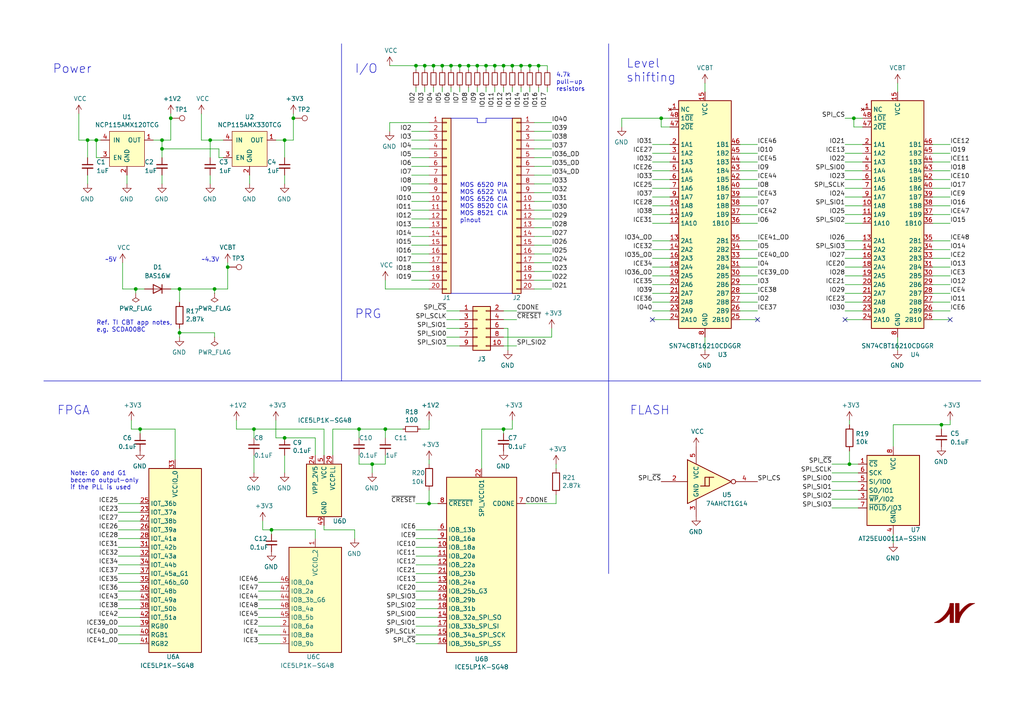
<source format=kicad_sch>
(kicad_sch (version 20230121) (generator eeschema)
  (paper "A4")
  (title_block (title "reDIP CIA") (date "2023-11-06") (rev "1.0") (company "Nimrod") (comment 1 "© 2023 Dag Lem") (comment 2 "Licensed under CERN-OHL-S v2 (https://ohwr.org/cern_ohl_s_v2.txt)"))
  (junction (at 128.27 19.05))
  (junction (at 125.73 19.05))
  (junction (at 46.99 40.64))
  (junction (at 85.09 34.29))
  (junction (at 52.07 83.82))
  (junction (at 40.64 124.46))
  (junction (at 52.07 96.52))
  (junction (at 143.51 19.05))
  (junction (at 107.95 134.62))
  (junction (at 133.35 19.05))
  (junction (at 39.37 83.82))
  (junction (at 82.55 127))
  (junction (at 27.94 40.64))
  (junction (at 191.77 34.29))
  (junction (at 138.43 19.05))
  (junction (at 46.99 43.18))
  (junction (at 146.05 124.46))
  (junction (at 78.74 153.67))
  (junction (at 130.81 19.05))
  (junction (at 123.19 19.05))
  (junction (at 135.89 19.05))
  (junction (at 73.66 124.46))
  (junction (at 153.67 19.05))
  (junction (at 246.38 134.62))
  (junction (at 247.65 34.29))
  (junction (at 156.21 19.05))
  (junction (at 62.23 83.82))
  (junction (at 146.05 19.05))
  (junction (at 273.05 123.19))
  (junction (at 148.59 19.05))
  (junction (at 60.96 40.64))
  (junction (at 120.65 19.05))
  (junction (at 82.55 40.64))
  (junction (at 151.13 19.05))
  (junction (at 111.76 124.46))
  (junction (at 66.04 77.47))
  (junction (at 104.14 124.46))
  (junction (at 49.53 34.29))
  (junction (at 25.4 40.64))
  (junction (at 124.46 146.05))
  (junction (at 140.97 19.05))
  (no_connect (at 245.11 92.71))
  (no_connect (at 275.59 92.71))
  (no_connect (at 219.71 92.71))
  (no_connect (at 189.23 92.71))
  (wire (pts (xy 259.08 154.94) (xy 259.08 157.48)))
  (wire (pts (xy 154.94 48.26) (xy 160.02 48.26)))
  (wire (pts (xy 275.59 52.07) (xy 270.51 52.07)))
  (wire (pts (xy 34.29 161.29) (xy 40.64 161.29)))
  (wire (pts (xy 138.43 19.05) (xy 138.43 20.32)))
  (wire (pts (xy 214.63 92.71) (xy 219.71 92.71)))
  (wire (pts (xy 111.76 83.82) (xy 111.76 81.28)))
  (wire (pts (xy 104.14 134.62) (xy 107.95 134.62)))
  (wire (pts (xy 248.92 142.24) (xy 241.3 142.24)))
  (wire (pts (xy 214.63 85.09) (xy 219.71 85.09)))
  (wire (pts (xy 78.74 154.94) (xy 78.74 153.67)))
  (wire (pts (xy 259.08 123.19) (xy 259.08 129.54)))
  (wire (pts (xy 102.87 153.67) (xy 93.98 153.67)))
  (wire (pts (xy 219.71 69.85) (xy 214.63 69.85)))
  (wire (pts (xy 128.27 25.4) (xy 128.27 26.67)))
  (wire (pts (xy 158.75 19.05) (xy 158.75 20.32)))
  (wire (pts (xy 130.81 25.4) (xy 130.81 26.67)))
  (wire (pts (xy 29.21 40.64) (xy 27.94 40.64)))
  (wire (pts (xy 36.83 50.8) (xy 36.83 53.34)))
  (wire (pts (xy 125.73 25.4) (xy 125.73 26.67)))
  (wire (pts (xy 154.94 63.5) (xy 160.02 63.5)))
  (wire (pts (xy 214.63 77.47) (xy 219.71 77.47)))
  (wire (pts (xy 93.98 153.67) (xy 93.98 152.4)))
  (wire (pts (xy 270.51 90.17) (xy 275.59 90.17)))
  (wire (pts (xy 62.23 83.82) (xy 62.23 85.09)))
  (wire (pts (xy 219.71 46.99) (xy 214.63 46.99)))
  (wire (pts (xy 219.71 41.91) (xy 214.63 41.91)))
  (wire (pts (xy 275.59 121.92) (xy 275.59 123.19)))
  (wire (pts (xy 219.71 44.45) (xy 214.63 44.45)))
  (wire (pts (xy 74.93 176.53) (xy 81.28 176.53)))
  (wire (pts (xy 74.93 171.45) (xy 81.28 171.45)))
  (wire (pts (xy 120.65 163.83) (xy 127 163.83)))
  (wire (pts (xy 245.11 72.39) (xy 250.19 72.39)))
  (wire (pts (xy 250.19 77.47) (xy 245.11 77.47)))
  (wire (pts (xy 154.94 45.72) (xy 160.02 45.72)))
  (wire (pts (xy 154.94 55.88) (xy 160.02 55.88)))
  (wire (pts (xy 147.32 95.25) (xy 146.05 95.25)))
  (wire (pts (xy 76.2 151.13) (xy 76.2 153.67)))
  (wire (pts (xy 189.23 74.93) (xy 194.31 74.93)))
  (wire (pts (xy 52.07 95.25) (xy 52.07 96.52)))
  (wire (pts (xy 275.59 69.85) (xy 270.51 69.85)))
  (wire (pts (xy 248.92 144.78) (xy 241.3 144.78)))
  (wire (pts (xy 74.93 181.61) (xy 81.28 181.61)))
  (wire (pts (xy 82.55 45.72) (xy 82.55 40.64)))
  (wire (pts (xy 120.65 19.05) (xy 113.03 19.05)))
  (wire (pts (xy 246.38 130.81) (xy 246.38 134.62)))
  (wire (pts (xy 143.51 25.4) (xy 143.51 26.67)))
  (wire (pts (xy 219.71 54.61) (xy 214.63 54.61)))
  (wire (pts (xy 194.31 49.53) (xy 189.23 49.53)))
  (wire (pts (xy 121.92 124.46) (xy 124.46 124.46)))
  (wire (pts (xy 148.59 121.92) (xy 148.59 124.46)))
  (wire (pts (xy 85.09 40.64) (xy 85.09 34.29)))
  (wire (pts (xy 73.66 132.08) (xy 73.66 137.16)))
  (wire (pts (xy 194.31 57.15) (xy 189.23 57.15)))
  (wire (pts (xy 135.89 19.05) (xy 135.89 20.32)))
  (wire (pts (xy 139.7 124.46) (xy 139.7 135.89)))
  (wire (pts (xy 245.11 69.85) (xy 250.19 69.85)))
  (wire (pts (xy 124.46 35.56) (xy 113.03 35.56)))
  (wire (pts (xy 135.89 25.4) (xy 135.89 26.67)))
  (wire (pts (xy 146.05 19.05) (xy 146.05 20.32)))
  (wire (pts (xy 194.31 59.69) (xy 189.23 59.69)))
  (wire (pts (xy 191.77 34.29) (xy 191.77 36.83)))
  (wire (pts (xy 124.46 146.05) (xy 127 146.05)))
  (wire (pts (xy 104.14 132.08) (xy 104.14 134.62)))
  (wire (pts (xy 247.65 36.83) (xy 250.19 36.83)))
  (wire (pts (xy 194.31 41.91) (xy 189.23 41.91)))
  (wire (pts (xy 250.19 82.55) (xy 245.11 82.55)))
  (wire (pts (xy 123.19 25.4) (xy 123.19 26.67)))
  (wire (pts (xy 250.19 92.71) (xy 245.11 92.71)))
  (wire (pts (xy 119.38 76.2) (xy 124.46 76.2)))
  (wire (pts (xy 139.7 124.46) (xy 146.05 124.46)))
  (wire (pts (xy 63.5 45.72) (xy 63.5 43.18)))
  (wire (pts (xy 111.76 132.08) (xy 111.76 134.62)))
  (wire (pts (xy 119.38 81.28) (xy 124.46 81.28)))
  (wire (pts (xy 119.38 55.88) (xy 124.46 55.88)))
  (wire (pts (xy 73.66 124.46) (xy 73.66 127)))
  (wire (pts (xy 119.38 50.8) (xy 124.46 50.8)))
  (wire (pts (xy 270.51 87.63) (xy 275.59 87.63)))
  (wire (pts (xy 250.19 90.17) (xy 245.11 90.17)))
  (wire (pts (xy 34.29 153.67) (xy 40.64 153.67)))
  (wire (pts (xy 153.67 19.05) (xy 153.67 20.32)))
  (wire (pts (xy 46.99 40.64) (xy 46.99 43.18)))
  (wire (pts (xy 34.29 166.37) (xy 40.64 166.37)))
  (polyline (pts (xy 140.97 35.56) (xy 140.97 34.29)))
  (wire (pts (xy 156.21 19.05) (xy 156.21 20.32)))
  (wire (pts (xy 119.38 71.12) (xy 124.46 71.12)))
  (wire (pts (xy 219.71 57.15) (xy 214.63 57.15)))
  (wire (pts (xy 25.4 45.72) (xy 25.4 40.64)))
  (wire (pts (xy 34.29 156.21) (xy 40.64 156.21)))
  (wire (pts (xy 120.65 25.4) (xy 120.65 26.67)))
  (polyline (pts (xy 138.43 35.56) (xy 138.43 34.29)))
  (wire (pts (xy 154.94 38.1) (xy 160.02 38.1)))
  (wire (pts (xy 82.55 53.34) (xy 82.55 50.8)))
  (wire (pts (xy 74.93 184.15) (xy 81.28 184.15)))
  (wire (pts (xy 275.59 64.77) (xy 270.51 64.77)))
  (wire (pts (xy 129.54 95.25) (xy 133.35 95.25)))
  (wire (pts (xy 82.55 127) (xy 91.44 127)))
  (wire (pts (xy 194.31 87.63) (xy 189.23 87.63)))
  (wire (pts (xy 135.89 19.05) (xy 138.43 19.05)))
  (wire (pts (xy 111.76 124.46) (xy 111.76 127)))
  (wire (pts (xy 120.65 179.07) (xy 127 179.07)))
  (wire (pts (xy 152.4 146.05) (xy 161.29 146.05)))
  (wire (pts (xy 189.23 64.77) (xy 194.31 64.77)))
  (wire (pts (xy 62.23 83.82) (xy 66.04 83.82)))
  (wire (pts (xy 154.94 58.42) (xy 160.02 58.42)))
  (wire (pts (xy 120.65 181.61) (xy 127 181.61)))
  (wire (pts (xy 120.65 161.29) (xy 127 161.29)))
  (wire (pts (xy 130.81 19.05) (xy 130.81 20.32)))
  (wire (pts (xy 246.38 123.19) (xy 246.38 121.92)))
  (wire (pts (xy 214.63 87.63) (xy 219.71 87.63)))
  (wire (pts (xy 214.63 82.55) (xy 219.71 82.55)))
  (wire (pts (xy 219.71 59.69) (xy 214.63 59.69)))
  (wire (pts (xy 250.19 54.61) (xy 245.11 54.61)))
  (wire (pts (xy 34.29 158.75) (xy 40.64 158.75)))
  (wire (pts (xy 153.67 19.05) (xy 156.21 19.05)))
  (wire (pts (xy 73.66 124.46) (xy 93.98 124.46)))
  (wire (pts (xy 125.73 19.05) (xy 128.27 19.05)))
  (wire (pts (xy 129.54 92.71) (xy 133.35 92.71)))
  (polyline (pts (xy 140.97 34.29) (xy 148.59 34.29)))
  (wire (pts (xy 270.51 77.47) (xy 275.59 77.47)))
  (wire (pts (xy 143.51 19.05) (xy 143.51 20.32)))
  (wire (pts (xy 49.53 83.82) (xy 52.07 83.82)))
  (wire (pts (xy 219.71 49.53) (xy 214.63 49.53)))
  (wire (pts (xy 189.23 72.39) (xy 194.31 72.39)))
  (wire (pts (xy 107.95 134.62) (xy 111.76 134.62)))
  (wire (pts (xy 124.46 124.46) (xy 124.46 121.92)))
  (wire (pts (xy 125.73 19.05) (xy 125.73 20.32)))
  (wire (pts (xy 74.93 179.07) (xy 81.28 179.07)))
  (wire (pts (xy 143.51 19.05) (xy 146.05 19.05)))
  (wire (pts (xy 204.47 101.6) (xy 204.47 97.79)))
  (wire (pts (xy 82.55 40.64) (xy 85.09 40.64)))
  (wire (pts (xy 102.87 153.67) (xy 102.87 156.21)))
  (wire (pts (xy 250.19 85.09) (xy 245.11 85.09)))
  (wire (pts (xy 128.27 19.05) (xy 128.27 20.32)))
  (wire (pts (xy 120.65 168.91) (xy 127 168.91)))
  (polyline (pts (xy 99.06 12.7) (xy 99.06 110.49)))
  (wire (pts (xy 275.59 41.91) (xy 270.51 41.91)))
  (wire (pts (xy 241.3 137.16) (xy 248.92 137.16)))
  (wire (pts (xy 46.99 43.18) (xy 46.99 45.72)))
  (wire (pts (xy 194.31 90.17) (xy 189.23 90.17)))
  (wire (pts (xy 138.43 25.4) (xy 138.43 26.67)))
  (wire (pts (xy 147.32 95.25) (xy 147.32 101.6)))
  (wire (pts (xy 151.13 19.05) (xy 151.13 20.32)))
  (wire (pts (xy 154.94 66.04) (xy 160.02 66.04)))
  (wire (pts (xy 194.31 54.61) (xy 189.23 54.61)))
  (wire (pts (xy 25.4 40.64) (xy 27.94 40.64)))
  (wire (pts (xy 194.31 80.01) (xy 189.23 80.01)))
  (wire (pts (xy 154.94 35.56) (xy 160.02 35.56)))
  (wire (pts (xy 93.98 132.08) (xy 93.98 124.46)))
  (wire (pts (xy 250.19 52.07) (xy 245.11 52.07)))
  (wire (pts (xy 120.65 166.37) (xy 127 166.37)))
  (wire (pts (xy 111.76 83.82) (xy 124.46 83.82)))
  (wire (pts (xy 96.52 124.46) (xy 104.14 124.46)))
  (wire (pts (xy 194.31 85.09) (xy 189.23 85.09)))
  (wire (pts (xy 80.01 121.92) (xy 80.01 127)))
  (wire (pts (xy 25.4 53.34) (xy 25.4 50.8)))
  (wire (pts (xy 119.38 48.26) (xy 124.46 48.26)))
  (wire (pts (xy 219.71 64.77) (xy 214.63 64.77)))
  (wire (pts (xy 140.97 19.05) (xy 143.51 19.05)))
  (wire (pts (xy 63.5 45.72) (xy 64.77 45.72)))
  (wire (pts (xy 120.65 158.75) (xy 127 158.75)))
  (wire (pts (xy 119.38 78.74) (xy 124.46 78.74)))
  (wire (pts (xy 146.05 19.05) (xy 148.59 19.05)))
  (wire (pts (xy 275.59 54.61) (xy 270.51 54.61)))
  (wire (pts (xy 245.11 62.23) (xy 250.19 62.23)))
  (wire (pts (xy 120.65 184.15) (xy 127 184.15)))
  (wire (pts (xy 194.31 82.55) (xy 189.23 82.55)))
  (wire (pts (xy 250.19 46.99) (xy 245.11 46.99)))
  (wire (pts (xy 250.19 49.53) (xy 245.11 49.53)))
  (wire (pts (xy 119.38 68.58) (xy 124.46 68.58)))
  (wire (pts (xy 156.21 25.4) (xy 156.21 26.67)))
  (wire (pts (xy 66.04 77.47) (xy 66.04 76.2)))
  (wire (pts (xy 161.29 143.51) (xy 161.29 146.05)))
  (wire (pts (xy 119.38 38.1) (xy 124.46 38.1)))
  (wire (pts (xy 160.02 83.82) (xy 154.94 83.82)))
  (wire (pts (xy 151.13 19.05) (xy 153.67 19.05)))
  (wire (pts (xy 116.84 124.46) (xy 111.76 124.46)))
  (wire (pts (xy 34.29 186.69) (xy 40.64 186.69)))
  (wire (pts (xy 154.94 60.96) (xy 160.02 60.96)))
  (wire (pts (xy 259.08 123.19) (xy 273.05 123.19)))
  (wire (pts (xy 123.19 19.05) (xy 125.73 19.05)))
  (wire (pts (xy 260.35 24.13) (xy 260.35 26.67)))
  (wire (pts (xy 38.1 124.46) (xy 40.64 124.46)))
  (wire (pts (xy 219.71 52.07) (xy 214.63 52.07)))
  (wire (pts (xy 245.11 74.93) (xy 250.19 74.93)))
  (wire (pts (xy 39.37 83.82) (xy 39.37 85.09)))
  (polyline (pts (xy 130.81 34.29) (xy 138.43 34.29)))
  (wire (pts (xy 160.02 76.2) (xy 154.94 76.2)))
  (wire (pts (xy 191.77 34.29) (xy 180.34 34.29)))
  (wire (pts (xy 245.11 64.77) (xy 250.19 64.77)))
  (wire (pts (xy 34.29 181.61) (xy 40.64 181.61)))
  (wire (pts (xy 68.58 124.46) (xy 68.58 121.92)))
  (wire (pts (xy 241.3 134.62) (xy 246.38 134.62)))
  (wire (pts (xy 76.2 153.67) (xy 78.74 153.67)))
  (wire (pts (xy 124.46 40.64) (xy 119.38 40.64)))
  (wire (pts (xy 148.59 19.05) (xy 151.13 19.05)))
  (wire (pts (xy 146.05 125.73) (xy 146.05 124.46)))
  (wire (pts (xy 34.29 179.07) (xy 40.64 179.07)))
  (wire (pts (xy 120.65 173.99) (xy 127 173.99)))
  (wire (pts (xy 22.86 33.02) (xy 22.86 40.64)))
  (wire (pts (xy 248.92 139.7) (xy 241.3 139.7)))
  (wire (pts (xy 104.14 124.46) (xy 111.76 124.46)))
  (wire (pts (xy 140.97 25.4) (xy 140.97 26.67)))
  (wire (pts (xy 247.65 34.29) (xy 245.11 34.29)))
  (wire (pts (xy 120.65 19.05) (xy 123.19 19.05)))
  (wire (pts (xy 96.52 132.08) (xy 96.52 124.46)))
  (wire (pts (xy 34.29 184.15) (xy 40.64 184.15)))
  (wire (pts (xy 250.19 34.29) (xy 247.65 34.29)))
  (wire (pts (xy 60.96 40.64) (xy 64.77 40.64)))
  (wire (pts (xy 46.99 43.18) (xy 63.5 43.18)))
  (wire (pts (xy 129.54 90.17) (xy 133.35 90.17)))
  (wire (pts (xy 273.05 123.19) (xy 275.59 123.19)))
  (wire (pts (xy 60.96 40.64) (xy 58.42 40.64)))
  (wire (pts (xy 119.38 53.34) (xy 124.46 53.34)))
  (wire (pts (xy 52.07 96.52) (xy 62.23 96.52)))
  (wire (pts (xy 133.35 25.4) (xy 133.35 26.67)))
  (wire (pts (xy 72.39 50.8) (xy 72.39 53.34)))
  (wire (pts (xy 275.59 44.45) (xy 270.51 44.45)))
  (wire (pts (xy 119.38 66.04) (xy 124.46 66.04)))
  (wire (pts (xy 219.71 62.23) (xy 214.63 62.23)))
  (wire (pts (xy 180.34 34.29) (xy 180.34 36.83)))
  (wire (pts (xy 50.8 124.46) (xy 50.8 133.35)))
  (wire (pts (xy 194.31 44.45) (xy 189.23 44.45)))
  (wire (pts (xy 149.86 100.33) (xy 146.05 100.33)))
  (wire (pts (xy 49.53 40.64) (xy 49.53 34.29)))
  (wire (pts (xy 154.94 53.34) (xy 160.02 53.34)))
  (polyline (pts (xy 12.7 110.49) (xy 284.48 110.49)))
  (wire (pts (xy 246.38 134.62) (xy 248.92 134.62)))
  (wire (pts (xy 148.59 19.05) (xy 148.59 20.32)))
  (wire (pts (xy 160.02 78.74) (xy 154.94 78.74)))
  (wire (pts (xy 49.53 34.29) (xy 49.53 33.02)))
  (wire (pts (xy 248.92 147.32) (xy 241.3 147.32)))
  (wire (pts (xy 120.65 146.05) (xy 124.46 146.05)))
  (wire (pts (xy 138.43 19.05) (xy 140.97 19.05)))
  (wire (pts (xy 85.09 34.29) (xy 85.09 33.02)))
  (wire (pts (xy 194.31 77.47) (xy 189.23 77.47)))
  (polyline (pts (xy 138.43 35.56) (xy 140.97 35.56)))
  (wire (pts (xy 154.94 50.8) (xy 160.02 50.8)))
  (wire (pts (xy 35.56 76.2) (xy 35.56 83.82)))
  (wire (pts (xy 120.65 153.67) (xy 127 153.67)))
  (wire (pts (xy 119.38 63.5) (xy 124.46 63.5)))
  (wire (pts (xy 39.37 83.82) (xy 41.91 83.82)))
  (wire (pts (xy 40.64 125.73) (xy 40.64 124.46)))
  (wire (pts (xy 124.46 43.18) (xy 119.38 43.18)))
  (wire (pts (xy 34.29 148.59) (xy 40.64 148.59)))
  (wire (pts (xy 273.05 124.46) (xy 273.05 123.19)))
  (wire (pts (xy 160.02 71.12) (xy 154.94 71.12)))
  (wire (pts (xy 275.59 59.69) (xy 270.51 59.69)))
  (wire (pts (xy 119.38 73.66) (xy 124.46 73.66)))
  (wire (pts (xy 44.45 40.64) (xy 46.99 40.64)))
  (wire (pts (xy 128.27 19.05) (xy 130.81 19.05)))
  (wire (pts (xy 34.29 168.91) (xy 40.64 168.91)))
  (wire (pts (xy 158.75 25.4) (xy 158.75 26.67)))
  (wire (pts (xy 153.67 25.4) (xy 153.67 26.67)))
  (wire (pts (xy 34.29 151.13) (xy 40.64 151.13)))
  (wire (pts (xy 78.74 153.67) (xy 91.44 153.67)))
  (wire (pts (xy 34.29 176.53) (xy 40.64 176.53)))
  (wire (pts (xy 133.35 19.05) (xy 135.89 19.05)))
  (wire (pts (xy 52.07 96.52) (xy 52.07 97.79)))
  (polyline (pts (xy 130.81 85.09) (xy 148.59 85.09)))
  (wire (pts (xy 120.65 176.53) (xy 127 176.53)))
  (wire (pts (xy 120.65 186.69) (xy 127 186.69)))
  (wire (pts (xy 27.94 45.72) (xy 27.94 40.64)))
  (wire (pts (xy 156.21 19.05) (xy 158.75 19.05)))
  (wire (pts (xy 124.46 134.62) (xy 124.46 133.35)))
  (wire (pts (xy 60.96 53.34) (xy 60.96 50.8)))
  (wire (pts (xy 123.19 19.05) (xy 123.19 20.32)))
  (wire (pts (xy 52.07 83.82) (xy 52.07 87.63)))
  (wire (pts (xy 270.51 85.09) (xy 275.59 85.09)))
  (wire (pts (xy 66.04 83.82) (xy 66.04 77.47)))
  (wire (pts (xy 140.97 19.05) (xy 140.97 20.32)))
  (wire (pts (xy 189.23 69.85) (xy 194.31 69.85)))
  (wire (pts (xy 91.44 132.08) (xy 91.44 127)))
  (wire (pts (xy 275.59 74.93) (xy 270.51 74.93)))
  (wire (pts (xy 130.81 19.05) (xy 133.35 19.05)))
  (wire (pts (xy 124.46 142.24) (xy 124.46 146.05)))
  (wire (pts (xy 46.99 40.64) (xy 49.53 40.64)))
  (wire (pts (xy 52.07 83.82) (xy 62.23 83.82)))
  (wire (pts (xy 275.59 46.99) (xy 270.51 46.99)))
  (wire (pts (xy 250.19 57.15) (xy 245.11 57.15)))
  (wire (pts (xy 38.1 121.92) (xy 38.1 124.46)))
  (wire (pts (xy 58.42 40.64) (xy 58.42 33.02)))
  (wire (pts (xy 146.05 124.46) (xy 148.59 124.46)))
  (wire (pts (xy 194.31 52.07) (xy 189.23 52.07)))
  (wire (pts (xy 270.51 82.55) (xy 275.59 82.55)))
  (wire (pts (xy 247.65 34.29) (xy 247.65 36.83)))
  (wire (pts (xy 154.94 68.58) (xy 160.02 68.58)))
  (wire (pts (xy 80.01 40.64) (xy 82.55 40.64)))
  (wire (pts (xy 74.93 173.99) (xy 81.28 173.99)))
  (wire (pts (xy 160.02 97.79) (xy 160.02 95.25)))
  (wire (pts (xy 148.59 25.4) (xy 148.59 26.67)))
  (wire (pts (xy 270.51 80.01) (xy 275.59 80.01)))
  (wire (pts (xy 194.31 34.29) (xy 191.77 34.29)))
  (wire (pts (xy 68.58 124.46) (xy 73.66 124.46)))
  (wire (pts (xy 34.29 173.99) (xy 40.64 173.99)))
  (wire (pts (xy 74.93 186.69) (xy 81.28 186.69)))
  (wire (pts (xy 119.38 58.42) (xy 124.46 58.42)))
  (wire (pts (xy 82.55 137.16) (xy 82.55 132.08)))
  (wire (pts (xy 34.29 146.05) (xy 40.64 146.05)))
  (wire (pts (xy 275.59 57.15) (xy 270.51 57.15)))
  (wire (pts (xy 119.38 45.72) (xy 124.46 45.72)))
  (wire (pts (xy 160.02 81.28) (xy 154.94 81.28)))
  (wire (pts (xy 146.05 25.4) (xy 146.05 26.67)))
  (wire (pts (xy 214.63 80.01) (xy 219.71 80.01)))
  (wire (pts (xy 189.23 62.23) (xy 194.31 62.23)))
  (wire (pts (xy 204.47 24.13) (xy 204.47 26.67)))
  (wire (pts (xy 160.02 97.79) (xy 146.05 97.79)))
  (wire (pts (xy 120.65 171.45) (xy 127 171.45)))
  (wire (pts (xy 250.19 44.45) (xy 245.11 44.45)))
  (wire (pts (xy 250.19 41.91) (xy 245.11 41.91)))
  (wire (pts (xy 194.31 46.99) (xy 189.23 46.99)))
  (polyline (pts (xy 176.53 12.7) (xy 176.53 166.37)))
  (wire (pts (xy 46.99 53.34) (xy 46.99 50.8)))
  (wire (pts (xy 60.96 40.64) (xy 60.96 45.72)))
  (wire (pts (xy 34.29 171.45) (xy 40.64 171.45)))
  (wire (pts (xy 270.51 92.71) (xy 275.59 92.71)))
  (wire (pts (xy 129.54 97.79) (xy 133.35 97.79)))
  (wire (pts (xy 104.14 124.46) (xy 104.14 127)))
  (wire (pts (xy 214.63 90.17) (xy 219.71 90.17)))
  (wire (pts (xy 161.29 135.89) (xy 161.29 134.62)))
  (wire (pts (xy 27.94 45.72) (xy 29.21 45.72)))
  (wire (pts (xy 74.93 168.91) (xy 81.28 168.91)))
  (wire (pts (xy 275.59 62.23) (xy 270.51 62.23)))
  (wire (pts (xy 191.77 36.83) (xy 194.31 36.83)))
  (wire (pts (xy 133.35 19.05) (xy 133.35 20.32)))
  (wire (pts (xy 129.54 100.33) (xy 133.35 100.33)))
  (wire (pts (xy 120.65 19.05) (xy 120.65 20.32)))
  (wire (pts (xy 260.35 101.6) (xy 260.35 97.79)))
  (wire (pts (xy 219.71 74.93) (xy 214.63 74.93)))
  (wire (pts (xy 35.56 83.82) (xy 39.37 83.82)))
  (wire (pts (xy 250.19 87.63) (xy 245.11 87.63)))
  (wire (pts (xy 250.19 59.69) (xy 245.11 59.69)))
  (wire (pts (xy 82.55 127) (xy 80.01 127)))
  (wire (pts (xy 275.59 49.53) (xy 270.51 49.53)))
  (wire (pts (xy 107.95 137.16) (xy 107.95 134.62)))
  (wire (pts (xy 149.86 92.71) (xy 146.05 92.71)))
  (wire (pts (xy 275.59 72.39) (xy 270.51 72.39)))
  (wire (pts (xy 91.44 153.67) (xy 91.44 156.21)))
  (wire (pts (xy 149.86 90.17) (xy 146.05 90.17)))
  (wire (pts (xy 154.94 43.18) (xy 160.02 43.18)))
  (wire (pts (xy 62.23 96.52) (xy 62.23 97.79)))
  (wire (pts (xy 250.19 80.01) (xy 245.11 80.01)))
  (wire (pts (xy 34.29 163.83) (xy 40.64 163.83)))
  (wire (pts (xy 119.38 60.96) (xy 124.46 60.96)))
  (wire (pts (xy 25.4 40.64) (xy 22.86 40.64)))
  (wire (pts (xy 160.02 73.66) (xy 154.94 73.66)))
  (wire (pts (xy 120.65 156.21) (xy 127 156.21)))
  (wire (pts (xy 219.71 72.39) (xy 214.63 72.39)))
  (wire (pts (xy 113.03 35.56) (xy 113.03 38.1)))
  (wire (pts (xy 40.64 124.46) (xy 50.8 124.46)))
  (wire (pts (xy 160.02 40.64) (xy 154.94 40.64)))
  (wire (pts (xy 194.31 92.71) (xy 189.23 92.71)))
  (wire (pts (xy 151.13 25.4) (xy 151.13 26.67)))
  (text "MOS 6520 PIA\nMOS 6522 VIA\nMOS 6526 CIA\nMOS 8520 CIA\nMOS 8521 CIA\npinout" (at 133.35 64.77 0) (effects (font (size 1.27 1.27)) (justify left bottom)))
  (text "PRG" (at 102.87 92.71 0) (effects (font (size 2.54 2.54)) (justify left bottom)))
  (text "Ref. TI CBT app notes,\ne.g. SCDA008C" (at 27.94 96.52 0) (effects (font (size 1.27 1.27)) (justify left bottom)))
  (text "~4.3V" (at 58.42 76.2 0) (effects (font (size 1.27 1.27)) (justify left bottom)))
  (text "FLASH" (at 194.31 120.65 0) (effects (font (size 2.54 2.54)) (justify right bottom)))
  (text "FPGA" (at 16.51 120.65 0) (effects (font (size 2.54 2.54)) (justify left bottom)))
  (text "Power" (at 15.24 21.59 0) (effects (font (size 2.54 2.54)) (justify left bottom)))
  (text "4.7k\npull-up\nresistors" (at 161.29 26.67 0) (effects (font (size 1.27 1.27)) (justify left bottom)))
  (text "I/O" (at 102.87 21.59 0) (effects (font (size 2.54 2.54)) (justify left bottom)))
  (text "Level\nshifting" (at 181.61 24.13 0) (effects (font (size 2.54 2.54)) (justify left bottom)))
  (text "~5V" (at 30.48 76.2 0) (effects (font (size 1.27 1.27)) (justify left bottom)))
  (text "Note: G0 and G1\nbecome output-only\nif the PLL is used" (at 20.32 142.24 0) (effects (font (size 1.27 1.27)) (justify left bottom)))
  (label "IO14" (at 275.59 72.39 0))
  (label "IO6" (at 119.38 48.26 180))
  (label "IO24" (at 245.11 57.15 180))
  (label "IO2" (at 219.71 87.63 0))
  (label "ICE28" (at 189.23 59.69 180))
  (label "ICE10" (at 120.65 158.75 180))
  (label "IO22" (at 160.02 81.28 0))
  (label "IO39" (at 160.02 38.1 0))
  (label "ICE46" (at 74.93 168.91 180))
  (label "SPI_SIO1" (at 245.11 59.69 180))
  (label "IO27" (at 245.11 74.93 180))
  (label "IO23" (at 160.02 78.74 0))
  (label "IO19" (at 275.59 44.45 0))
  (label "IO27" (at 160.02 68.58 0))
  (label "ICE12" (at 120.65 163.83 180))
  (label "IO12" (at 275.59 82.55 0))
  (label "CDONE" (at 152.4 146.05 0))
  (label "ICE20" (at 245.11 77.47 180))
  (label "IO32" (at 160.02 55.88 0))
  (label "IO17" (at 119.38 76.2 180))
  (label "SPI_~{CS}" (at 241.3 134.62 180))
  (label "IO14" (at 151.13 26.67 270))
  (label "IO7" (at 119.38 50.8 180))
  (label "IO6" (at 219.71 64.77 0))
  (label "IO37" (at 189.23 57.15 180))
  (label "ICE43" (at 34.29 173.99 180))
  (label "IO34_OD" (at 189.23 69.85 180))
  (label "ICE31" (at 34.29 158.75 180))
  (label "IO29" (at 160.02 63.5 0))
  (label "SPI_SIO2" (at 120.65 176.53 180))
  (label "IO16" (at 275.59 59.69 0))
  (label "ICE2" (at 275.59 74.93 0))
  (label "SPI_SIO0" (at 120.65 179.07 180))
  (label "ICE35" (at 189.23 82.55 180))
  (label "ICE32" (at 189.23 72.39 180))
  (label "SPI_SIO1" (at 241.3 142.24 180))
  (label "ICE34" (at 189.23 77.47 180))
  (label "ICE31" (at 189.23 64.77 180))
  (label "SPI_SIO3" (at 245.11 72.39 180))
  (label "ICE46" (at 219.71 41.91 0))
  (label "SPI_~{CS}" (at 120.65 186.69 180))
  (label "ICE25" (at 189.23 54.61 180))
  (label "ICE2" (at 74.93 181.61 180))
  (label "IO4" (at 125.73 26.67 270))
  (label "IO4" (at 219.71 77.47 0))
  (label "ICE28" (at 34.29 156.21 180))
  (label "IO38" (at 189.23 62.23 180))
  (label "ICE37" (at 34.29 166.37 180))
  (label "IO8" (at 135.89 26.67 270))
  (label "IO17" (at 275.59 54.61 0))
  (label "IO26" (at 245.11 69.85 180))
  (label "SPI_SIO0" (at 129.54 97.79 180))
  (label "IO36_OD" (at 160.02 45.72 0))
  (label "IO4" (at 119.38 43.18 180))
  (label "SPI_SIO3" (at 241.3 147.32 180))
  (label "ICE44" (at 74.93 173.99 180))
  (label "ICE39_OD" (at 219.71 80.01 0))
  (label "IO10" (at 219.71 44.45 0))
  (label "IO15" (at 275.59 64.77 0))
  (label "ICE6" (at 120.65 153.67 180))
  (label "ICE47" (at 275.59 62.23 0))
  (label "IO7" (at 219.71 59.69 0))
  (label "ICE20" (at 120.65 171.45 180))
  (label "IO33" (at 160.02 53.34 0))
  (label "IO10" (at 140.97 26.67 270))
  (label "IO31" (at 189.23 41.91 180))
  (label "SPI_SCLK" (at 241.3 137.16 180))
  (label "IO14" (at 119.38 68.58 180))
  (label "ICE6" (at 275.59 90.17 0))
  (label "SPI_~{CS}" (at 129.54 90.17 180))
  (label "ICE21" (at 245.11 82.55 180))
  (label "ICE26" (at 34.29 153.67 180))
  (label "ICE9" (at 275.59 57.15 0))
  (label "IO23" (at 245.11 52.07 180))
  (label "IO12" (at 119.38 63.5 180))
  (label "ICE38" (at 219.71 85.09 0))
  (label "ICE45" (at 219.71 46.99 0))
  (label "ICE11" (at 120.65 161.29 180))
  (label "~{CRESET}" (at 149.86 92.71 0))
  (label "ICE37" (at 219.71 90.17 0))
  (label "ICE47" (at 74.93 171.45 180))
  (label "ICE10" (at 275.59 52.07 0))
  (label "ICE4" (at 275.59 85.09 0))
  (label "IO31" (at 160.02 58.42 0))
  (label "ICE41_OD" (at 219.71 69.85 0))
  (label "IO19" (at 119.38 81.28 180))
  (label "ICE11" (at 275.59 46.99 0))
  (label "IO13" (at 275.59 77.47 0))
  (label "IO5" (at 119.38 45.72 180))
  (label "SPI_SIO0" (at 245.11 49.53 180))
  (label "ICE40_OD" (at 219.71 74.93 0))
  (label "IO22" (at 245.11 46.99 180))
  (label "ICE41_OD" (at 34.29 186.69 180))
  (label "IO36_OD" (at 189.23 80.01 180))
  (label "ICE34" (at 34.29 163.83 180))
  (label "IO39" (at 189.23 85.09 180))
  (label "IO5" (at 128.27 26.67 270))
  (label "IO2" (at 120.65 26.67 270))
  (label "ICE36" (at 189.23 87.63 180))
  (label "IO25" (at 160.02 73.66 0))
  (label "IO35_OD" (at 189.23 74.93 180))
  (label "IO18" (at 119.38 78.74 180))
  (label "SPI_SCLK" (at 245.11 54.61 180))
  (label "IO38" (at 160.02 40.64 0))
  (label "SPI_SIO3" (at 120.65 173.99 180))
  (label "IO16" (at 119.38 73.66 180))
  (label "IO32" (at 189.23 46.99 180))
  (label "IO3" (at 119.38 40.64 180))
  (label "SPI_SIO1" (at 120.65 181.61 180))
  (label "IO40" (at 189.23 90.17 180))
  (label "IO9" (at 138.43 26.67 270))
  (label "ICE45" (at 74.93 179.07 180))
  (label "SPI_SIO1" (at 129.54 95.25 180))
  (label "ICE27" (at 34.29 151.13 180))
  (label "SPI_SCLK" (at 120.65 184.15 180))
  (label "IO15" (at 119.38 71.12 180))
  (label "ICE35" (at 34.29 168.91 180))
  (label "IO33" (at 189.23 52.07 180))
  (label "IO9" (at 119.38 55.88 180))
  (label "IO29" (at 245.11 85.09 180))
  (label "ICE9" (at 120.65 156.21 180))
  (label "CDONE" (at 149.86 90.17 0))
  (label "~{CRESET}" (at 120.65 146.05 180))
  (label "IO7" (at 133.35 26.67 270))
  (label "ICE25" (at 34.29 146.05 180))
  (label "IO37" (at 160.02 43.18 0))
  (label "IO17" (at 158.75 26.67 270))
  (label "ICE44" (at 219.71 52.07 0))
  (label "IO11" (at 275.59 87.63 0))
  (label "IO15" (at 153.67 26.67 270))
  (label "IO11" (at 119.38 60.96 180))
  (label "IO3" (at 123.19 26.67 270))
  (label "IO30" (at 160.02 60.96 0))
  (label "ICE21" (at 120.65 166.37 180))
  (label "SPI_SCLK" (at 129.54 92.71 180))
  (label "IO2" (at 119.38 38.1 180))
  (label "ICE48" (at 275.59 69.85 0))
  (label "IO8" (at 219.71 54.61 0))
  (label "ICE12" (at 275.59 41.91 0))
  (label "ICE43" (at 219.71 57.15 0))
  (label "ICE40_OD" (at 34.29 184.15 180))
  (label "ICE39_OD" (at 34.29 181.61 180))
  (label "SPI_SIO2" (at 149.86 100.33 0))
  (label "SPI_CS" (at 245.11 34.29 180))
  (label "IO10" (at 119.38 58.42 180))
  (label "IO3" (at 219.71 82.55 0))
  (label "IO12" (at 146.05 26.67 270))
  (label "SPI_SIO0" (at 241.3 139.7 180))
  (label "SPI_SIO3" (at 129.54 100.33 180))
  (label "IO40" (at 160.02 35.56 0))
  (label "ICE23" (at 245.11 87.63 180))
  (label "SPI_SIO2" (at 245.11 64.77 180))
  (label "ICE32" (at 34.29 161.29 180))
  (label "ICE13" (at 245.11 44.45 180))
  (label "IO6" (at 130.81 26.67 270))
  (label "ICE48" (at 74.93 176.53 180))
  (label "ICE3" (at 275.59 80.01 0))
  (label "ICE36" (at 34.29 171.45 180))
  (label "SPI_SIO2" (at 241.3 144.78 180))
  (label "SPI_~{CS}" (at 191.77 139.7 180))
  (label "IO5" (at 219.71 72.39 0))
  (label "IO28" (at 160.02 66.04 0))
  (label "ICE23" (at 34.29 148.59 180))
  (label "IO30" (at 245.11 90.17 180))
  (label "ICE38" (at 34.29 176.53 180))
  (label "IO11" (at 143.51 26.67 270))
  (label "ICE3" (at 74.93 186.69 180))
  (label "ICE42" (at 219.71 62.23 0))
  (label "IO21" (at 245.11 41.91 180))
  (label "IO18" (at 275.59 49.53 0))
  (label "ICE4" (at 74.93 184.15 180))
  (label "ICE13" (at 120.65 168.91 180))
  (label "IO9" (at 219.71 49.53 0))
  (label "IO24" (at 160.02 76.2 0))
  (label "SPI_CS" (at 219.71 139.7 0))
  (label "IO13" (at 119.38 66.04 180))
  (label "ICE42" (at 34.29 179.07 180))
  (label "IO34_OD" (at 160.02 50.8 0))
  (label "IO35_OD" (at 160.02 48.26 0))
  (label "IO26" (at 160.02 71.12 0))
  (label "IO25" (at 245.11 62.23 180))
  (label "IO16" (at 156.21 26.67 270))
  (label "ICE27" (at 189.23 44.45 180))
  (label "IO8" (at 119.38 53.34 180))
  (label "IO28" (at 245.11 80.01 180))
  (label "IO13" (at 148.59 26.67 270))
  (label "ICE26" (at 189.23 49.53 180))
  (label "IO21" (at 160.02 83.82 0))
  (symbol (lib_id "FPGA_Lattice:ICE5LP1K-SG48") (at 50.8 161.29 0) (unit 1)
    (property "Reference" "U6" (at 48.26 190.5 0) (effects (justify left)))
    (property "Value" "ICE5LP1K-SG48" (at 40.64 193.04 0) (effects (justify left)))
    (property "Footprint" "Package_DFN_QFN:QFN-48-1EP_7x7mm_P0.5mm_EP5.6x5.6mm" (effects hide))
    (property "Datasheet" "https://www.latticesemi.com/Products/FPGAandCPLD/iCE40Ultra" (effects hide))
    (property "Mfg" "Lattice" (effects hide))
    (property "PN" "ICE5LP1K-SG48ITR" (effects hide))
    (property "Description" "IC FPGA QFN-48" (effects hide))
  )
  (symbol (lib_id "FPGA_Lattice:ICE5LP1K-SG48") (at 139.7 163.83 0) (unit 2)
    (property "Reference" "U6" (at 139.7 191.135 0))
    (property "Value" "ICE5LP1K-SG48" (at 139.7 193.4464 0))
    (property "Footprint" "Package_DFN_QFN:QFN-48-1EP_7x7mm_P0.5mm_EP5.6x5.6mm" (effects hide))
    (property "Datasheet" "https://www.latticesemi.com/Products/FPGAandCPLD/iCE40Ultra" (effects hide))
    (property "Mfg" "Lattice" (effects hide))
    (property "PN" "ICE5LP1K-SG48ITR" (effects hide))
    (property "Description" "IC FPGA QFN-48" (effects hide))
  )
  (symbol (lib_id "FPGA_Lattice:ICE5LP1K-SG48") (at 91.44 173.99 0) (unit 3)
    (property "Reference" "U6" (at 88.9 190.5 0) (effects (justify left)))
    (property "Value" "ICE5LP1K-SG48" (at 81.28 193.04 0) (effects (justify left)))
    (property "Footprint" "Package_DFN_QFN:QFN-48-1EP_7x7mm_P0.5mm_EP5.6x5.6mm" (effects hide))
    (property "Datasheet" "https://www.latticesemi.com/Products/FPGAandCPLD/iCE40Ultra" (effects hide))
    (property "Mfg" "Lattice" (effects hide))
    (property "PN" "ICE5LP1K-SG48ITR" (effects hide))
    (property "Description" "IC FPGA QFN-48" (effects hide))
  )
  (symbol (lib_id "FPGA_Lattice:ICE5LP1K-SG48") (at 93.98 142.24 0) (unit 4)
    (property "Reference" "U6" (at 96.52 151.13 0) (effects (justify left)))
    (property "Value" "ICE5LP1K-SG48" (at 86.36 121.92 0) (effects (justify left)))
    (property "Footprint" "Package_DFN_QFN:QFN-48-1EP_7x7mm_P0.5mm_EP5.6x5.6mm" (effects hide))
    (property "Datasheet" "https://www.latticesemi.com/Products/FPGAandCPLD/iCE40Ultra" (effects hide))
    (property "Mfg" "Lattice" (effects hide))
    (property "PN" "ICE5LP1K-SG48ITR" (effects hide))
    (property "Description" "IC FPGA QFN-48" (effects hide))
  )
  (symbol (lib_id "Connector_Generic:Conn_01x20") (at 129.54 58.42 0) (unit 1)
    (property "Reference" "J1" (at 129.54 86.36 0))
    (property "Value" "Conn_01x20" (effects hide))
    (property "Footprint" "reDIP:PinHeader_1x20_P2.54mm_Vertical_Machined" (effects hide))
    (property "Datasheet" "https://www.helloxkb.com/Home/Goods/goodsInfo/id/72370.html" (effects hide))
    (property "Mfg" "XKB" (effects hide))
    (property "PN" "X5511WV-20-C35D35-1000" (effects hide))
    (property "Description" "CONN HDR CIRCULAR PIN 0.5mm 20 POS .100\" GOLD MATING 3mm TAIL 3mm" (effects hide))
    (property "Notes" "Replacement parts: XKB X5511WV-20-C396D43-1220, other similar hdr circular pin ~0.5mm" (effects hide))
  )
  (symbol (lib_id "power:GND") (at 113.03 38.1 0) (mirror y) (unit 1)
    (property "Reference" "#PWR09" (effects hide))
    (property "Value" "GND" (at 112.903 42.4942 0))
  )
  (symbol (lib_id "Device:C_Small") (at 111.76 129.54 0) (unit 1)
    (property "Reference" "C11" (at 114.3 127 0) (effects (justify left)))
    (property "Value" "1uF" (at 111.76 132.08 0) (effects (justify left)))
    (property "Footprint" "Capacitor_SMD:C_0201_0603Metric" (effects hide))
    (property "Datasheet" "https://www.murata.com/products/productdetail.aspx?partno=GRM033C80J105ME05D" (effects hide))
    (property "Mfg" "Murata" (effects hide))
    (property "PN" "GRM033C80J105ME05D" (effects hide))
    (property "Description" "CAP CER 1uF 6.3V 20% X6S 0201" (effects hide))
    (property "Notes" "1.2V DC" (effects hide))
  )
  (symbol (lib_id "Device:C_Small") (at 104.14 129.54 0) (unit 1)
    (property "Reference" "C10" (at 104.14 127 0) (effects (justify left)))
    (property "Value" "0.1uF" (at 104.14 132.08 0) (effects (justify left)))
    (property "Footprint" "Capacitor_SMD:C_0201_0603Metric" (effects hide))
    (property "Datasheet" "https://www.murata.com/products/productdetail.aspx?partno=GRM033R60J224ME90D" (effects hide))
    (property "Mfg" "Murata" (effects hide))
    (property "PN" "GRM033R60J224ME90D" (effects hide))
    (property "Description" "CAP CER 0.22uF 6.3V 20% X5R 0201" (effects hide))
    (property "Notes" "3.3V DC DERATED TO 0.1uF" (effects hide))
  )
  (symbol (lib_id "power:+1V2") (at 124.46 121.92 0) (unit 1)
    (property "Reference" "#PWR027" (effects hide))
    (property "Value" "+1V2" (at 124.841 117.5258 0))
  )
  (symbol (lib_id "power:GND") (at 107.95 137.16 0) (mirror y) (unit 1)
    (property "Reference" "#PWR039" (effects hide))
    (property "Value" "GND" (at 107.823 141.5542 0))
  )
  (symbol (lib_id "Device:R_Small") (at 119.38 124.46 270) (unit 1)
    (property "Reference" "R18" (at 119.38 119.4816 90))
    (property "Value" "100" (at 119.38 121.793 90))
    (property "Footprint" "Resistor_SMD:R_0201_0603Metric" (effects hide))
    (property "Datasheet" "https://industrial.panasonic.com/ww/products/pt/general-purpose-chip-resistors/models/ERJ1GNJ101C" (effects hide))
    (property "Mfg" "Panasonic" (effects hide))
    (property "PN" "ERJ1GNJ101C" (effects hide))
    (property "Description" "RES 100Ω 50mW 5% 0201" (effects hide))
  )
  (symbol (lib_id "power:GND") (at 102.87 156.21 0) (mirror y) (unit 1)
    (property "Reference" "#PWR042" (effects hide))
    (property "Value" "GND" (at 102.743 160.6042 0))
  )
  (symbol (lib_id "power:+3V3") (at 80.01 121.92 0) (unit 1)
    (property "Reference" "#PWR026" (effects hide))
    (property "Value" "+3V3" (at 80.391 117.5258 0))
  )
  (symbol (lib_id "Device:C_Small") (at 73.66 129.54 0) (unit 1)
    (property "Reference" "C8" (at 73.66 127 0) (effects (justify left)))
    (property "Value" "0.1uF" (at 73.66 132.08 0) (effects (justify left)))
    (property "Footprint" "Capacitor_SMD:C_0201_0603Metric" (effects hide))
    (property "Datasheet" "https://www.murata.com/products/productdetail.aspx?partno=GRM033R60J224ME90D" (effects hide))
    (property "Mfg" "Murata" (effects hide))
    (property "PN" "GRM033R60J224ME90D" (effects hide))
    (property "Description" "CAP CER 0.22uF 6.3V 20% X5R 0201" (effects hide))
    (property "Notes" "1.2V DC DERATED TO 0.1uF" (effects hide))
  )
  (symbol (lib_id "power:GND") (at 73.66 137.16 0) (mirror y) (unit 1)
    (property "Reference" "#PWR037" (effects hide))
    (property "Value" "GND" (at 73.533 141.5542 0))
  )
  (symbol (lib_id "power:+1V2") (at 68.58 121.92 0) (unit 1)
    (property "Reference" "#PWR025" (effects hide))
    (property "Value" "+1V2" (at 68.961 117.5258 0))
  )
  (symbol (lib_id "power:GND") (at 260.35 101.6 0) (mirror y) (unit 1)
    (property "Reference" "#PWR023" (effects hide))
    (property "Value" "GND" (at 260.223 105.9942 0))
  )
  (symbol (lib_id "power:GND") (at 78.74 160.02 0) (mirror y) (unit 1)
    (property "Reference" "#PWR044" (effects hide))
    (property "Value" "GND" (at 78.613 164.4142 0))
  )
  (symbol (lib_id "power:+3V3") (at 76.2 151.13 0) (unit 1)
    (property "Reference" "#PWR041" (effects hide))
    (property "Value" "+3V3" (at 76.581 146.7358 0))
  )
  (symbol (lib_id "Device:C_Small") (at 78.74 157.48 0) (unit 1)
    (property "Reference" "C12" (at 73.66 156.21 0) (effects (justify left)))
    (property "Value" "0.1uF" (at 72.39 158.75 0) (effects (justify left)))
    (property "Footprint" "Capacitor_SMD:C_0201_0603Metric" (effects hide))
    (property "Datasheet" "https://www.murata.com/products/productdetail.aspx?partno=GRM033R60J224ME90D" (effects hide))
    (property "Mfg" "Murata" (effects hide))
    (property "PN" "GRM033R60J224ME90D" (effects hide))
    (property "Description" "CAP CER 0.22uF 6.3V 20% X5R 0201" (effects hide))
    (property "Notes" "3.3V DC DERATED TO 0.1uF" (effects hide))
  )
  (symbol (lib_id "power:GND") (at 40.64 130.81 0) (mirror y) (unit 1)
    (property "Reference" "#PWR033" (effects hide))
    (property "Value" "GND" (at 40.513 135.2042 0))
  )
  (symbol (lib_id "power:+3V3") (at 38.1 121.92 0) (unit 1)
    (property "Reference" "#PWR024" (effects hide))
    (property "Value" "+3V3" (at 38.481 117.5258 0))
  )
  (symbol (lib_id "Device:C_Small") (at 40.64 128.27 0) (unit 1)
    (property "Reference" "C6" (at 35.56 127 0) (effects (justify left)))
    (property "Value" "0.1uF" (at 34.29 129.54 0) (effects (justify left)))
    (property "Footprint" "Capacitor_SMD:C_0201_0603Metric" (effects hide))
    (property "Datasheet" "https://www.murata.com/products/productdetail.aspx?partno=GRM033R60J224ME90D" (effects hide))
    (property "Mfg" "Murata" (effects hide))
    (property "PN" "GRM033R60J224ME90D" (effects hide))
    (property "Description" "CAP CER 0.22uF 6.3V 20% X5R 0201" (effects hide))
    (property "Notes" "3.3V DC DERATED TO 0.1uF" (effects hide))
  )
  (symbol (lib_id "power:GND") (at 146.05 130.81 0) (mirror y) (unit 1)
    (property "Reference" "#PWR034" (effects hide))
    (property "Value" "GND" (at 145.923 135.2042 0))
  )
  (symbol (lib_id "power:+3V3") (at 148.59 121.92 0) (unit 1)
    (property "Reference" "#PWR028" (effects hide))
    (property "Value" "+3V3" (at 148.971 117.5258 0))
  )
  (symbol (lib_id "Device:C_Small") (at 146.05 128.27 0) (unit 1)
    (property "Reference" "C7" (at 147.32 127 0) (effects (justify left)))
    (property "Value" "0.1uF" (at 147.32 129.54 0) (effects (justify left)))
    (property "Footprint" "Capacitor_SMD:C_0201_0603Metric" (effects hide))
    (property "Datasheet" "https://www.murata.com/products/productdetail.aspx?partno=GRM033R60J224ME90D" (effects hide))
    (property "Mfg" "Murata" (effects hide))
    (property "PN" "GRM033R60J224ME90D" (effects hide))
    (property "Description" "CAP CER 0.22uF 6.3V 20% X5R 0201" (effects hide))
    (property "Notes" "3.3V DC DERATED TO 0.1uF" (effects hide))
  )
  (symbol (lib_id "reDIP:Nimrod-Logo-N") (at 276.86 177.8 0) (unit 1)
    (property "Reference" "#LOGO1" (effects hide))
    (property "Value" "Nimrod-Logo-N" (effects hide))
  )
  (symbol (lib_id "power:+3V3") (at 161.29 134.62 0) (unit 1)
    (property "Reference" "#PWR036" (effects hide))
    (property "Value" "+3V3" (at 161.671 130.2258 0))
  )
  (symbol (lib_id "TI:SN74CBT16210C") (at 260.35 62.23 0) (unit 1)
    (property "Reference" "U4" (at 265.43 102.87 0))
    (property "Value" "SN74CBT16210CDGGR" (at 260.35 100.33 0))
    (property "Footprint" "Package_SO:TSSOP-48_6.1x12.5mm_P0.5mm" (effects hide))
    (property "Datasheet" "https://www.ti.com/lit/ds/symlink/sn74cbt16210c.pdf" (effects hide))
    (property "Description" "IC BUS SWITCH TSSOP-48" (effects hide))
    (property "Mfg" "TI" (effects hide))
    (property "PN" "SN74CBT16210CDGGR" (effects hide))
    (property "Notes" "Replacement parts: SN74CBT16210DGGR" (effects hide))
  )
  (symbol (lib_id "Connector_Generic:Conn_02x05_Odd_Even") (at 138.43 95.25 0) (unit 1) (in_bom no)
    (property "Reference" "J3" (at 139.7 104.14 0))
    (property "Value" "Conn_02x05_Odd_Even" (effects hide))
    (property "Footprint" "reDIP:PinHeader_2x05_P2.54mm_Vertical" (effects hide))
    (property "Description" "CONN HDR SQ PIN 2x5 POS .100\" GOLD MATING 6mm TAIL 3mm" (effects hide))
    (property "DNP" "DNP" (effects hide))
  )
  (symbol (lib_id "power:+3V3") (at 246.38 121.92 0) (unit 1)
    (property "Reference" "#PWR029" (effects hide))
    (property "Value" "+3V3" (at 246.761 117.5258 0))
  )
  (symbol (lib_id "Device:R") (at 246.38 127 180) (unit 1)
    (property "Reference" "R19" (at 248.158 125.8316 0) (effects (justify right)))
    (property "Value" "10k" (at 248.158 128.143 0) (effects (justify right)))
    (property "Footprint" "Resistor_SMD:R_0201_0603Metric" (effects hide))
    (property "Datasheet" "https://industrial.panasonic.com/ww/products/pt/general-purpose-chip-resistors/models/ERJ1GNJ103C" (effects hide))
    (property "Mfg" "Panasonic" (effects hide))
    (property "PN" "ERJ1GNJ103C" (effects hide))
    (property "Description" "RES 10kΩ 50mW 5% 0201" (effects hide))
  )
  (symbol (lib_id "power:GND") (at 259.08 157.48 0) (mirror y) (unit 1)
    (property "Reference" "#PWR043" (effects hide))
    (property "Value" "GND" (at 258.953 161.8742 0))
  )
  (symbol (lib_id "power:+3V3") (at 275.59 121.92 0) (unit 1)
    (property "Reference" "#PWR030" (effects hide))
    (property "Value" "+3V3" (at 275.971 117.5258 0))
  )
  (symbol (lib_id "Device:C_Small") (at 273.05 127 0) (unit 1)
    (property "Reference" "C5" (at 275.59 125.73 0) (effects (justify left)))
    (property "Value" "0.1uF" (at 275.59 128.27 0) (effects (justify left)))
    (property "Footprint" "Capacitor_SMD:C_0201_0603Metric" (effects hide))
    (property "Datasheet" "https://www.murata.com/products/productdetail.aspx?partno=GRM033R60J224ME90D" (effects hide))
    (property "Mfg" "Murata" (effects hide))
    (property "PN" "GRM033R60J224ME90D" (effects hide))
    (property "Description" "CAP CER 0.22uF 6.3V 20% X5R 0201" (effects hide))
    (property "Notes" "3.3V DC DERATED TO 0.1uF" (effects hide))
  )
  (symbol (lib_id "power:GND") (at 273.05 129.54 0) (mirror y) (unit 1)
    (property "Reference" "#PWR032" (effects hide))
    (property "Value" "GND" (at 272.923 133.9342 0))
  )
  (symbol (lib_id "power:GND") (at 72.39 53.34 0) (mirror y) (unit 1)
    (property "Reference" "#PWR014" (effects hide))
    (property "Value" "GND" (at 72.263 57.7342 0))
  )
  (symbol (lib_id "Device:C_Small") (at 82.55 48.26 0) (unit 1)
    (property "Reference" "C4" (at 77.47 46.99 0) (effects (justify left)))
    (property "Value" "1uF" (at 77.47 49.53 0) (effects (justify left)))
    (property "Footprint" "Capacitor_SMD:C_0201_0603Metric" (effects hide))
    (property "Datasheet" "https://www.murata.com/products/productdetail.aspx?partno=GRM035R61A225ME01D" (effects hide))
    (property "Mfg" "Murata" (effects hide))
    (property "PN" "GRM035R61A225ME01D" (effects hide))
    (property "Description" "CAP CER 2.2uF 10V 20% X5R 0201" (effects hide))
    (property "Notes" "3.3V DC DERATED TO 1uF" (effects hide))
  )
  (symbol (lib_id "power:GND") (at 82.55 53.34 0) (mirror y) (unit 1)
    (property "Reference" "#PWR015" (effects hide))
    (property "Value" "GND" (at 82.423 57.7342 0))
  )
  (symbol (lib_id "Device:C_Small") (at 60.96 48.26 0) (unit 1)
    (property "Reference" "C3" (at 63.5 46.99 0) (effects (justify left)))
    (property "Value" "1uF" (at 63.5 49.53 0) (effects (justify left)))
    (property "Footprint" "Capacitor_SMD:C_0402_1005Metric" (effects hide))
    (property "Datasheet" "https://www.murata.com/products/productdetail.aspx?partno=GRM155C81C225KE11D" (effects hide))
    (property "Mfg" "Murata" (effects hide))
    (property "PN" "GRM155C81C225KE11D" (effects hide))
    (property "Description" "CAP CER 2.2uF 16V 10% X6S 0402" (effects hide))
    (property "Notes" "5V DC DERATED TO 1uF" (effects hide))
  )
  (symbol (lib_id "power:GND") (at 60.96 53.34 0) (mirror y) (unit 1)
    (property "Reference" "#PWR013" (effects hide))
    (property "Value" "GND" (at 60.833 57.7342 0))
  )
  (symbol (lib_id "onsemi:NCP115AMX120TCG") (at 36.83 43.18 0) (unit 1)
    (property "Reference" "U1" (at 36.83 33.909 0))
    (property "Value" "NCP115AMX120TCG" (at 36.83 36.2204 0))
    (property "Footprint" "onsemi:CASE_711AJ_1.0x1.0mm_P0.65mm" (effects hide))
    (property "Datasheet" "https://www.onsemi.com/pdf/datasheet/ncp115-d.pdf" (effects hide))
    (property "Mfg" "onsemi" (effects hide))
    (property "PN" "NCP115AMX120TCG" (effects hide))
    (property "Description" "IC REG LDO 1.2V 300mA XDFN4" (effects hide))
  )
  (symbol (lib_id "onsemi:NCP115AMX330TCG") (at 72.39 43.18 0) (unit 1)
    (property "Reference" "U2" (at 72.39 33.909 0))
    (property "Value" "NCP115AMX330TCG" (at 72.39 36.2204 0))
    (property "Footprint" "onsemi:CASE_711AJ_1.0x1.0mm_P0.65mm" (effects hide))
    (property "Datasheet" "https://www.onsemi.com/pdf/datasheet/ncp115-d.pdf" (effects hide))
    (property "Mfg" "onsemi" (effects hide))
    (property "PN" "NCP115AMX330TCG" (effects hide))
    (property "Description" "IC REG LDO 3.3V 300mA XDFN4" (effects hide))
  )
  (symbol (lib_id "Device:C_Small") (at 25.4 48.26 0) (unit 1)
    (property "Reference" "C1" (at 27.94 46.99 0) (effects (justify left)))
    (property "Value" "1uF" (at 27.94 49.53 0) (effects (justify left)))
    (property "Footprint" "Capacitor_SMD:C_0402_1005Metric" (effects hide))
    (property "Datasheet" "https://www.murata.com/products/productdetail.aspx?partno=GRM155C81C225KE11D" (effects hide))
    (property "Mfg" "Murata" (effects hide))
    (property "PN" "GRM155C81C225KE11D" (effects hide))
    (property "Description" "CAP CER 2.2uF 16V 10% X6S 0402" (effects hide))
    (property "Notes" "5V DC DERATED TO 1uF" (effects hide))
  )
  (symbol (lib_id "power:GND") (at 25.4 53.34 0) (mirror y) (unit 1)
    (property "Reference" "#PWR010" (effects hide))
    (property "Value" "GND" (at 25.273 57.7342 0))
  )
  (symbol (lib_id "Device:C_Small") (at 46.99 48.26 0) (unit 1)
    (property "Reference" "C2" (at 41.91 46.99 0) (effects (justify left)))
    (property "Value" "1uF" (at 41.91 49.53 0) (effects (justify left)))
    (property "Footprint" "Capacitor_SMD:C_0201_0603Metric" (effects hide))
    (property "Datasheet" "https://www.murata.com/products/productdetail.aspx?partno=GRM033C80J105ME05D" (effects hide))
    (property "Mfg" "Murata" (effects hide))
    (property "PN" "GRM033C80J105ME05D" (effects hide))
    (property "Description" "CAP CER 1uF 6.3V 20% X6S 0201" (effects hide))
    (property "Notes" "1.2V DC" (effects hide))
  )
  (symbol (lib_id "power:GND") (at 46.99 53.34 0) (mirror y) (unit 1)
    (property "Reference" "#PWR012" (effects hide))
    (property "Value" "GND" (at 46.863 57.7342 0))
  )
  (symbol (lib_id "Connector_Generic:Conn_01x20") (at 149.86 58.42 0) (mirror y) (unit 1)
    (property "Reference" "J2" (at 149.86 86.36 0))
    (property "Value" "Conn_01x20" (effects hide))
    (property "Footprint" "reDIP:PinHeader_1x20_P2.54mm_Vertical_Machined" (effects hide))
    (property "Datasheet" "https://www.helloxkb.com/Home/Goods/goodsInfo/id/72370.html" (effects hide))
    (property "Description" "CONN HDR CIRCULAR PIN 0.5mm 20 POS .100\" GOLD MATING 3mm TAIL 3mm" (effects hide))
    (property "Mfg" "XKB" (effects hide))
    (property "PN" "X5511WV-20-C35D35-1000" (effects hide))
    (property "Notes" "Replacement parts: XKB X5511WV-20-C396D43-1220, other similar hdr circular pin ~0.5mm" (effects hide))
  )
  (symbol (lib_id "Device:C_Small") (at 82.55 129.54 0) (unit 1)
    (property "Reference" "C9" (at 84.8868 128.3716 0) (effects (justify left)))
    (property "Value" "0.1uF" (at 84.8868 130.683 0) (effects (justify left)))
    (property "Footprint" "Capacitor_SMD:C_0201_0603Metric" (effects hide))
    (property "Datasheet" "https://www.murata.com/products/productdetail.aspx?partno=GRM033R60J224ME90D" (effects hide))
    (property "Mfg" "Murata" (effects hide))
    (property "PN" "GRM033R60J224ME90D" (effects hide))
    (property "Description" "CAP CER 0.22uF 6.3V 20% X5R 0201" (effects hide))
    (property "Notes" "3.3V DC DERATED TO 0.1uF" (effects hide))
  )
  (symbol (lib_id "power:GND") (at 82.55 137.16 0) (mirror y) (unit 1)
    (property "Reference" "#PWR038" (effects hide))
    (property "Value" "GND" (at 82.423 141.5542 0))
  )
  (symbol (lib_id "power:+3V3") (at 85.09 33.02 0) (unit 1)
    (property "Reference" "#PWR07" (effects hide))
    (property "Value" "+3V3" (at 85.471 28.6258 0))
  )
  (symbol (lib_id "power:+1V2") (at 49.53 33.02 0) (unit 1)
    (property "Reference" "#PWR05" (effects hide))
    (property "Value" "+1V2" (at 49.911 28.6258 0))
  )
  (symbol (lib_id "Connector:TestPoint") (at 49.53 34.29 270) (unit 1) (in_bom no)
    (property "Reference" "TP1" (at 50.8 31.75 90) (effects (justify left)))
    (property "Value" "TestPoint" (effects hide))
    (property "Footprint" "reDIP:TestPoint_Pad_D1.00mm" (effects hide))
    (property "DNP" "PAD" (effects hide))
    (property "Description" "TEST POINT" (effects hide))
  )
  (symbol (lib_id "power:GND") (at 147.32 101.6 0) (mirror y) (unit 1)
    (property "Reference" "#PWR021" (effects hide))
    (property "Value" "GND" (at 147.193 105.9942 0))
  )
  (symbol (lib_id "power:PWR_FLAG") (at 39.37 85.09 180) (unit 1)
    (property "Reference" "#FLG01" (effects hide))
    (property "Value" "PWR_FLAG" (at 39.37 89.4842 0))
  )
  (symbol (lib_id "power:+3V3") (at 160.02 95.25 0) (unit 1)
    (property "Reference" "#PWR019" (effects hide))
    (property "Value" "+3V3" (at 160.401 90.8558 0))
  )
  (symbol (lib_id "power:VCC") (at 111.76 81.28 0) (unit 1)
    (property "Reference" "#PWR018" (effects hide))
    (property "Value" "VCC" (at 112.141 76.8858 0))
  )
  (symbol (lib_id "power:GND") (at 36.83 53.34 0) (mirror y) (unit 1)
    (property "Reference" "#PWR011" (effects hide))
    (property "Value" "GND" (at 36.703 57.7342 0))
  )
  (symbol (lib_id "Device:R_Small") (at 123.19 22.86 0) (unit 1)
    (property "Reference" "R2" (effects hide))
    (property "Value" "4.7k" (effects hide))
    (property "Footprint" "Resistor_SMD:R_0201_0603Metric" (effects hide))
    (property "Datasheet" "https://industrial.panasonic.com/ww/products/pt/general-purpose-chip-resistors/models/ERJ1GNJ472C" (effects hide))
    (property "Description" "RES 4.7kΩ 50mW 5% 0201" (effects hide))
    (property "Mfg" "Panasonic" (effects hide))
    (property "PN" "ERJ1GNJ472C" (effects hide))
  )
  (symbol (lib_id "Device:R_Small") (at 143.51 22.86 0) (unit 1)
    (property "Reference" "R10" (effects hide))
    (property "Value" "4.7k" (effects hide))
    (property "Footprint" "Resistor_SMD:R_0201_0603Metric" (effects hide))
    (property "Datasheet" "https://industrial.panasonic.com/ww/products/pt/general-purpose-chip-resistors/models/ERJ1GNJ472C" (effects hide))
    (property "Description" "RES 4.7kΩ 50mW 5% 0201" (effects hide))
    (property "Mfg" "Panasonic" (effects hide))
    (property "PN" "ERJ1GNJ472C" (effects hide))
  )
  (symbol (lib_id "Device:R_Small") (at 138.43 22.86 0) (unit 1)
    (property "Reference" "R8" (effects hide))
    (property "Value" "4.7k" (effects hide))
    (property "Footprint" "Resistor_SMD:R_0201_0603Metric" (effects hide))
    (property "Datasheet" "https://industrial.panasonic.com/ww/products/pt/general-purpose-chip-resistors/models/ERJ1GNJ472C" (effects hide))
    (property "Description" "RES 4.7kΩ 50mW 5% 0201" (effects hide))
    (property "Mfg" "Panasonic" (effects hide))
    (property "PN" "ERJ1GNJ472C" (effects hide))
  )
  (symbol (lib_id "Device:R_Small") (at 128.27 22.86 0) (unit 1)
    (property "Reference" "R4" (effects hide))
    (property "Value" "4.7k" (effects hide))
    (property "Footprint" "Resistor_SMD:R_0201_0603Metric" (effects hide))
    (property "Datasheet" "https://industrial.panasonic.com/ww/products/pt/general-purpose-chip-resistors/models/ERJ1GNJ472C" (effects hide))
    (property "Description" "RES 4.7kΩ 50mW 5% 0201" (effects hide))
    (property "Mfg" "Panasonic" (effects hide))
    (property "PN" "ERJ1GNJ472C" (effects hide))
  )
  (symbol (lib_id "Diode:BAS16W") (at 45.72 83.82 0) (mirror y) (unit 1)
    (property "Reference" "D1" (at 45.72 77.47 0))
    (property "Value" "BAS16W" (at 45.72 80.01 0))
    (property "Footprint" "reDIP:SOT-323_SC-70" (effects hide))
    (property "Datasheet" "https://www.diodes.com/assets/Datasheets/MMBD4148W_BAS16W.pdf" (effects hide))
    (property "Description" "DIODE Vf=715mV If=1mA" (effects hide))
    (property "Mfg" "Diodes" (effects hide))
    (property "PN" "BAS16W-7-F" (effects hide))
    (property "Notes" "Replacement parts: BAS16W SOT-323/SC-70" (effects hide))
  )
  (symbol (lib_id "Device:R_Small") (at 146.05 22.86 0) (unit 1)
    (property "Reference" "R11" (effects hide))
    (property "Value" "4.7k" (effects hide))
    (property "Footprint" "Resistor_SMD:R_0201_0603Metric" (effects hide))
    (property "Datasheet" "https://industrial.panasonic.com/ww/products/pt/general-purpose-chip-resistors/models/ERJ1GNJ472C" (effects hide))
    (property "Description" "RES 4.7kΩ 50mW 5% 0201" (effects hide))
    (property "Mfg" "Panasonic" (effects hide))
    (property "PN" "ERJ1GNJ472C" (effects hide))
  )
  (symbol (lib_id "Device:R_Small") (at 156.21 22.86 0) (unit 1)
    (property "Reference" "R15" (effects hide))
    (property "Value" "4.7k" (effects hide))
    (property "Footprint" "Resistor_SMD:R_0201_0603Metric" (effects hide))
    (property "Datasheet" "https://industrial.panasonic.com/ww/products/pt/general-purpose-chip-resistors/models/ERJ1GNJ472C" (effects hide))
    (property "Description" "RES 4.7kΩ 50mW 5% 0201" (effects hide))
    (property "Mfg" "Panasonic" (effects hide))
    (property "PN" "ERJ1GNJ472C" (effects hide))
  )
  (symbol (lib_id "Device:R_Small") (at 133.35 22.86 0) (unit 1)
    (property "Reference" "R6" (effects hide))
    (property "Value" "4.7k" (effects hide))
    (property "Footprint" "Resistor_SMD:R_0201_0603Metric" (effects hide))
    (property "Datasheet" "https://industrial.panasonic.com/ww/products/pt/general-purpose-chip-resistors/models/ERJ1GNJ472C" (effects hide))
    (property "Description" "RES 4.7kΩ 50mW 5% 0201" (effects hide))
    (property "Mfg" "Panasonic" (effects hide))
    (property "PN" "ERJ1GNJ472C" (effects hide))
  )
  (symbol (lib_id "power:+3V3") (at 124.46 133.35 0) (unit 1)
    (property "Reference" "#PWR035" (effects hide))
    (property "Value" "+3V3" (at 124.841 128.9558 0))
  )
  (symbol (lib_id "power:VCC") (at 58.42 33.02 0) (unit 1)
    (property "Reference" "#PWR06" (effects hide))
    (property "Value" "VCC" (at 58.801 28.6258 0))
  )
  (symbol (lib_id "Device:R") (at 52.07 91.44 0) (unit 1)
    (property "Reference" "R17" (at 53.848 90.2716 0) (effects (justify left)))
    (property "Value" "2.87k" (at 53.848 92.583 0) (effects (justify left)))
    (property "Footprint" "Resistor_SMD:R_0201_0603Metric" (effects hide))
    (property "Datasheet" "https://industrial.panasonic.com/ww/products/pt/general-purpose-chip-resistors/models/ERJ1GNF2871C" (effects hide))
    (property "Description" "RES 2.87kΩ 50mW 1% 0201" (effects hide))
    (property "Mfg" "Panasonic" (effects hide))
    (property "PN" "ERJ1GNF2871C" (effects hide))
  )
  (symbol (lib_id "Device:R_Small") (at 151.13 22.86 0) (unit 1)
    (property "Reference" "R13" (effects hide))
    (property "Value" "4.7k" (effects hide))
    (property "Footprint" "Resistor_SMD:R_0201_0603Metric" (effects hide))
    (property "Datasheet" "https://industrial.panasonic.com/ww/products/pt/general-purpose-chip-resistors/models/ERJ1GNJ472C" (effects hide))
    (property "Description" "RES 4.7kΩ 50mW 5% 0201" (effects hide))
    (property "Mfg" "Panasonic" (effects hide))
    (property "PN" "ERJ1GNJ472C" (effects hide))
  )
  (symbol (lib_id "reDIP:VCBT") (at 204.47 24.13 0) (unit 1)
    (property "Reference" "#PWR02" (effects hide))
    (property "Value" "VCBT" (at 204.47 19.685 0))
  )
  (symbol (lib_id "Device:R") (at 161.29 139.7 0) (unit 1)
    (property "Reference" "R21" (at 163.068 138.5316 0) (effects (justify left)))
    (property "Value" "2.87k" (at 163.068 140.843 0) (effects (justify left)))
    (property "Footprint" "Resistor_SMD:R_0201_0603Metric" (effects hide))
    (property "Datasheet" "https://industrial.panasonic.com/ww/products/pt/general-purpose-chip-resistors/models/ERJ1GNF2871C" (effects hide))
    (property "Description" "RES 2.87kΩ 50mW 1% 0201" (effects hide))
    (property "Mfg" "Panasonic" (effects hide))
    (property "PN" "ERJ1GNF2871C" (effects hide))
  )
  (symbol (lib_id "Device:R_Small") (at 140.97 22.86 0) (unit 1)
    (property "Reference" "R9" (effects hide))
    (property "Value" "4.7k" (effects hide))
    (property "Footprint" "Resistor_SMD:R_0201_0603Metric" (effects hide))
    (property "Datasheet" "https://industrial.panasonic.com/ww/products/pt/general-purpose-chip-resistors/models/ERJ1GNJ472C" (effects hide))
    (property "Description" "RES 4.7kΩ 50mW 5% 0201" (effects hide))
    (property "Mfg" "Panasonic" (effects hide))
    (property "PN" "ERJ1GNJ472C" (effects hide))
  )
  (symbol (lib_id "TI:SN74CBT16210C") (at 204.47 62.23 0) (unit 1)
    (property "Reference" "U3" (at 209.55 102.87 0))
    (property "Value" "SN74CBT16210CDGGR" (at 204.47 100.33 0))
    (property "Footprint" "Package_SO:TSSOP-48_6.1x12.5mm_P0.5mm" (effects hide))
    (property "Datasheet" "https://www.ti.com/lit/ds/symlink/sn74cbt16210c.pdf" (effects hide))
    (property "Description" "IC BUS SWITCH TSSOP-48" (effects hide))
    (property "Mfg" "TI" (effects hide))
    (property "PN" "SN74CBT16210CDGGR" (effects hide))
    (property "Notes" "Replacement parts: SN74CBT16210DGGR" (effects hide))
  )
  (symbol (lib_id "Memory_Flash:AT25SF081-SSHD-X") (at 259.08 142.24 0) (unit 1)
    (property "Reference" "U7" (at 264.16 153.67 0) (effects (justify left)))
    (property "Value" "AT25EU0011A-SSHN" (at 248.92 156.21 0) (effects (justify left)))
    (property "Footprint" "Package_SO:SOIC-8_3.9x4.9mm_P1.27mm" (effects hide))
    (property "Datasheet" "https://www.renesas.com/us/en/document/dst/at25eu0011a-datasheet" (effects hide))
    (property "Description" "IC FLASH 1MBIT" (effects hide))
    (property "Mfg" "Renesas" (effects hide))
    (property "PN" "AT25EU0011A-SSHN-T" (effects hide))
    (property "Notes" "Replacement parts: 1MBit SPI flash SOIC-8/SOP-8" (effects hide))
  )
  (symbol (lib_id "Device:R_Small") (at 158.75 22.86 0) (unit 1)
    (property "Reference" "R16" (effects hide))
    (property "Value" "4.7k" (effects hide))
    (property "Footprint" "Resistor_SMD:R_0201_0603Metric" (effects hide))
    (property "Datasheet" "https://industrial.panasonic.com/ww/products/pt/general-purpose-chip-resistors/models/ERJ1GNJ472C" (effects hide))
    (property "Description" "RES 4.7kΩ 50mW 5% 0201" (effects hide))
    (property "Mfg" "Panasonic" (effects hide))
    (property "PN" "ERJ1GNJ472C" (effects hide))
  )
  (symbol (lib_id "power:VCC") (at 35.56 76.2 0) (unit 1)
    (property "Reference" "#PWR016" (effects hide))
    (property "Value" "VCC" (at 35.941 71.8058 0))
  )
  (symbol (lib_id "Device:R_Small") (at 153.67 22.86 0) (unit 1)
    (property "Reference" "R14" (effects hide))
    (property "Value" "4.7k" (effects hide))
    (property "Footprint" "Resistor_SMD:R_0201_0603Metric" (effects hide))
    (property "Datasheet" "https://industrial.panasonic.com/ww/products/pt/general-purpose-chip-resistors/models/ERJ1GNJ472C" (effects hide))
    (property "Description" "RES 4.7kΩ 50mW 5% 0201" (effects hide))
    (property "Mfg" "Panasonic" (effects hide))
    (property "PN" "ERJ1GNJ472C" (effects hide))
  )
  (symbol (lib_id "Device:R") (at 124.46 138.43 180) (unit 1)
    (property "Reference" "R20" (at 119.38 137.16 0) (effects (justify right)))
    (property "Value" "10k" (at 119.38 139.7 0) (effects (justify right)))
    (property "Footprint" "Resistor_SMD:R_0201_0603Metric" (effects hide))
    (property "Datasheet" "https://industrial.panasonic.com/ww/products/pt/general-purpose-chip-resistors/models/ERJ1GNJ103C" (effects hide))
    (property "Mfg" "Panasonic" (effects hide))
    (property "PN" "ERJ1GNJ103C" (effects hide))
    (property "Description" "RES 10kΩ 50mW 5% 0201" (effects hide))
  )
  (symbol (lib_id "power:GND") (at 180.34 36.83 0) (mirror y) (unit 1)
    (property "Reference" "#PWR08" (effects hide))
    (property "Value" "GND" (at 180.213 41.2242 0))
  )
  (symbol (lib_id "power:GND") (at 204.47 101.6 0) (mirror y) (unit 1)
    (property "Reference" "#PWR022" (effects hide))
    (property "Value" "GND" (at 204.343 105.9942 0))
  )
  (symbol (lib_id "power:VCC") (at 113.03 19.05 0) (unit 1)
    (property "Reference" "#PWR01" (effects hide))
    (property "Value" "VCC" (at 113.411 14.6558 0))
  )
  (symbol (lib_id "Device:R_Small") (at 120.65 22.86 0) (unit 1)
    (property "Reference" "R1" (effects hide))
    (property "Value" "4.7k" (effects hide))
    (property "Footprint" "Resistor_SMD:R_0201_0603Metric" (effects hide))
    (property "Datasheet" "https://industrial.panasonic.com/ww/products/pt/general-purpose-chip-resistors/models/ERJ1GNJ472C" (effects hide))
    (property "Description" "RES 4.7kΩ 50mW 5% 0201" (effects hide))
    (property "Mfg" "Panasonic" (effects hide))
    (property "PN" "ERJ1GNJ472C" (effects hide))
  )
  (symbol (lib_id "Connector:TestPoint") (at 66.04 77.47 270) (unit 1) (in_bom no)
    (property "Reference" "TP3" (at 67.31 74.93 90) (effects (justify left)))
    (property "Value" "TestPoint" (effects hide))
    (property "Footprint" "reDIP:TestPoint_Pad_D1.00mm" (effects hide))
    (property "DNP" "PAD" (effects hide))
    (property "Description" "TEST POINT" (effects hide))
  )
  (symbol (lib_id "power:GND") (at 52.07 97.79 0) (mirror y) (unit 1)
    (property "Reference" "#PWR020" (effects hide))
    (property "Value" "GND" (at 51.943 102.1842 0))
  )
  (symbol (lib_id "Device:R_Small") (at 125.73 22.86 0) (unit 1)
    (property "Reference" "R3" (effects hide))
    (property "Value" "4.7k" (effects hide))
    (property "Footprint" "Resistor_SMD:R_0201_0603Metric" (effects hide))
    (property "Datasheet" "https://industrial.panasonic.com/ww/products/pt/general-purpose-chip-resistors/models/ERJ1GNJ472C" (effects hide))
    (property "Description" "RES 4.7kΩ 50mW 5% 0201" (effects hide))
    (property "Mfg" "Panasonic" (effects hide))
    (property "PN" "ERJ1GNJ472C" (effects hide))
  )
  (symbol (lib_id "74xGxx:74AHCT1G14") (at 207.01 139.7 0) (unit 1)
    (property "Reference" "U5" (at 210.82 143.51 0))
    (property "Value" "74AHCT1G14" (at 210.82 146.05 0))
    (property "Footprint" "reDIP:SOT-353_SC-70-5" (effects hide))
    (property "Datasheet" "https://www.diodes.com/assets/Datasheets/74AHCT1G14.pdf" (effects hide))
    (property "Description" "IC SCHMITT-TRIGGER INVERTER" (effects hide))
    (property "Mfg" "Diodes" (effects hide))
    (property "PN" "74AHCT1G14SE-7" (effects hide))
    (property "Notes" "Replacement parts: 74AHCT1G14 SOT-353/SC-70-5" (effects hide))
  )
  (symbol (lib_id "Device:R_Small") (at 130.81 22.86 0) (unit 1)
    (property "Reference" "R5" (effects hide))
    (property "Value" "4.7k" (effects hide))
    (property "Footprint" "Resistor_SMD:R_0201_0603Metric" (effects hide))
    (property "Datasheet" "https://industrial.panasonic.com/ww/products/pt/general-purpose-chip-resistors/models/ERJ1GNJ472C" (effects hide))
    (property "Description" "RES 4.7kΩ 50mW 5% 0201" (effects hide))
    (property "Mfg" "Panasonic" (effects hide))
    (property "PN" "ERJ1GNJ472C" (effects hide))
  )
  (symbol (lib_id "Device:R_Small") (at 148.59 22.86 0) (unit 1)
    (property "Reference" "R12" (effects hide))
    (property "Value" "4.7k" (effects hide))
    (property "Footprint" "Resistor_SMD:R_0201_0603Metric" (effects hide))
    (property "Datasheet" "https://industrial.panasonic.com/ww/products/pt/general-purpose-chip-resistors/models/ERJ1GNJ472C" (effects hide))
    (property "Description" "RES 4.7kΩ 50mW 5% 0201" (effects hide))
    (property "Mfg" "Panasonic" (effects hide))
    (property "PN" "ERJ1GNJ472C" (effects hide))
  )
  (symbol (lib_id "Connector:TestPoint") (at 85.09 34.29 270) (unit 1) (in_bom no)
    (property "Reference" "TP2" (at 86.36 31.75 90) (effects (justify left)))
    (property "Value" "TestPoint" (effects hide))
    (property "Footprint" "reDIP:TestPoint_Pad_D1.00mm" (effects hide))
    (property "DNP" "PAD" (effects hide))
    (property "Description" "TEST POINT" (effects hide))
  )
  (symbol (lib_id "power:PWR_FLAG") (at 62.23 85.09 180) (unit 1)
    (property "Reference" "#FLG02" (effects hide))
    (property "Value" "PWR_FLAG" (at 62.23 89.4842 0))
  )
  (symbol (lib_id "reDIP:VCBT") (at 66.04 76.2 0) (unit 1)
    (property "Reference" "#PWR017" (effects hide))
    (property "Value" "VCBT" (at 66.04 71.755 0))
  )
  (symbol (lib_id "power:PWR_FLAG") (at 62.23 97.79 180) (unit 1)
    (property "Reference" "#FLG03" (effects hide))
    (property "Value" "PWR_FLAG" (at 62.23 102.1842 0))
  )
  (symbol (lib_id "power:VCC") (at 201.93 129.54 0) (unit 1)
    (property "Reference" "#PWR031" (effects hide))
    (property "Value" "VCC" (at 202.311 125.1458 0))
  )
  (symbol (lib_id "power:GND") (at 201.93 149.86 0) (mirror y) (unit 1)
    (property "Reference" "#PWR040" (effects hide))
    (property "Value" "GND" (at 201.803 154.2542 0))
  )
  (symbol (lib_id "Device:R_Small") (at 135.89 22.86 0) (unit 1)
    (property "Reference" "R7" (effects hide))
    (property "Value" "4.7k" (effects hide))
    (property "Footprint" "Resistor_SMD:R_0201_0603Metric" (effects hide))
    (property "Datasheet" "https://industrial.panasonic.com/ww/products/pt/general-purpose-chip-resistors/models/ERJ1GNJ472C" (effects hide))
    (property "Description" "RES 4.7kΩ 50mW 5% 0201" (effects hide))
    (property "Mfg" "Panasonic" (effects hide))
    (property "PN" "ERJ1GNJ472C" (effects hide))
  )
  (symbol (lib_id "power:VCC") (at 22.86 33.02 0) (unit 1)
    (property "Reference" "#PWR04" (effects hide))
    (property "Value" "VCC" (at 23.241 28.6258 0))
  )
  (symbol (lib_id "reDIP:VCBT") (at 260.35 24.13 0) (unit 1)
    (property "Reference" "#PWR03" (effects hide))
    (property "Value" "VCBT" (at 260.35 19.685 0))
  )
)
</source>
